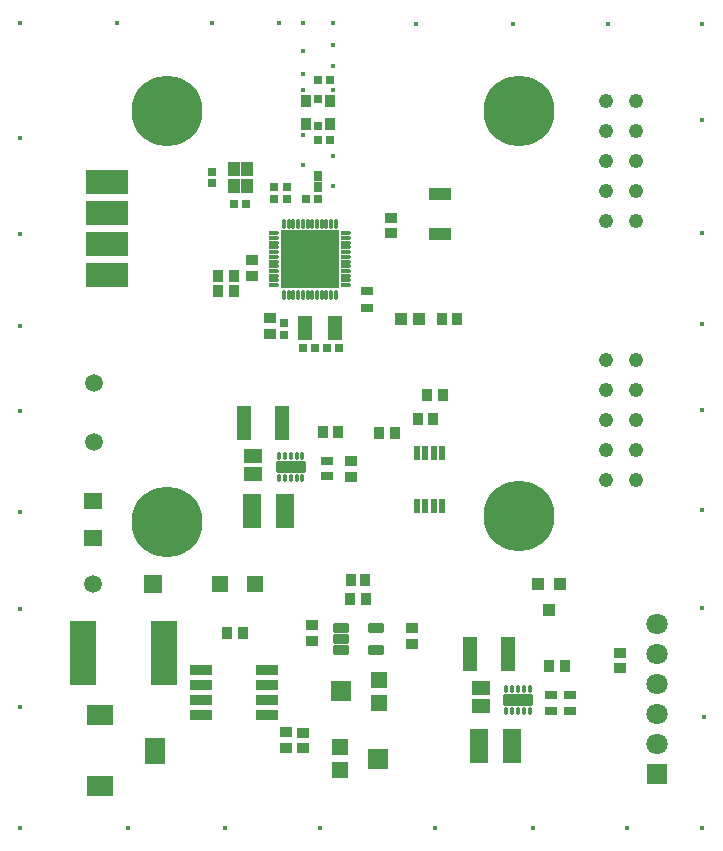
<source format=gts>
G04*
G04 #@! TF.GenerationSoftware,Altium Limited,Altium Designer,19.1.8 (144)*
G04*
G04 Layer_Color=8388736*
%FSLAX25Y25*%
%MOIN*%
G70*
G01*
G75*
%ADD56R,0.14186X0.07887*%
%ADD57R,0.04147X0.04540*%
%ADD58R,0.06312X0.05524*%
G04:AMPARAMS|DCode=59|XSize=13.84mil|YSize=23.68mil|CornerRadius=3.97mil|HoleSize=0mil|Usage=FLASHONLY|Rotation=180.000|XOffset=0mil|YOffset=0mil|HoleType=Round|Shape=RoundedRectangle|*
%AMROUNDEDRECTD59*
21,1,0.01384,0.01575,0,0,180.0*
21,1,0.00591,0.02368,0,0,180.0*
1,1,0.00794,-0.00295,0.00787*
1,1,0.00794,0.00295,0.00787*
1,1,0.00794,0.00295,-0.00787*
1,1,0.00794,-0.00295,-0.00787*
%
%ADD59ROUNDEDRECTD59*%
G04:AMPARAMS|DCode=60|XSize=37.07mil|YSize=98.49mil|CornerRadius=3.98mil|HoleSize=0mil|Usage=FLASHONLY|Rotation=90.000|XOffset=0mil|YOffset=0mil|HoleType=Round|Shape=RoundedRectangle|*
%AMROUNDEDRECTD60*
21,1,0.03707,0.09052,0,0,90.0*
21,1,0.02910,0.09849,0,0,90.0*
1,1,0.00797,0.04526,0.01455*
1,1,0.00797,0.04526,-0.01455*
1,1,0.00797,-0.04526,-0.01455*
1,1,0.00797,-0.04526,0.01455*
%
%ADD60ROUNDEDRECTD60*%
%ADD61O,0.01587X0.03359*%
%ADD62O,0.03359X0.01587*%
%ADD63R,0.19304X0.19304*%
%ADD64R,0.03753X0.03950*%
%ADD65R,0.02769X0.03084*%
%ADD66R,0.02769X0.03359*%
%ADD67R,0.03162X0.02769*%
G04:AMPARAMS|DCode=68|XSize=41.07mil|YSize=102.49mil|CornerRadius=5.98mil|HoleSize=0mil|Usage=FLASHONLY|Rotation=90.000|XOffset=0mil|YOffset=0mil|HoleType=Round|Shape=RoundedRectangle|*
%AMROUNDEDRECTD68*
21,1,0.04107,0.09052,0,0,90.0*
21,1,0.02910,0.10249,0,0,90.0*
1,1,0.01197,0.04526,0.01455*
1,1,0.01197,0.04526,-0.01455*
1,1,0.01197,-0.04526,-0.01455*
1,1,0.01197,-0.04526,0.01455*
%
%ADD68ROUNDEDRECTD68*%
%ADD69R,0.04147X0.03753*%
%ADD70R,0.03556X0.04147*%
%ADD71R,0.04147X0.03556*%
%ADD72R,0.03950X0.03162*%
%ADD73R,0.03556X0.04343*%
%ADD74R,0.04343X0.03556*%
%ADD75R,0.02769X0.03162*%
%ADD76R,0.03753X0.03950*%
%ADD77R,0.03950X0.03753*%
%ADD78R,0.07493X0.03950*%
%ADD79R,0.02368X0.04928*%
%ADD80R,0.03753X0.04147*%
%ADD81R,0.03950X0.04343*%
%ADD82R,0.03950X0.03950*%
%ADD83R,0.04147X0.02572*%
%ADD84R,0.04737X0.07887*%
%ADD85R,0.06115X0.04934*%
%ADD86R,0.04540X0.11430*%
%ADD87R,0.06312X0.11430*%
%ADD88R,0.08674X0.21666*%
G04:AMPARAMS|DCode=89|XSize=33.59mil|YSize=55.24mil|CornerRadius=5.92mil|HoleSize=0mil|Usage=FLASHONLY|Rotation=90.000|XOffset=0mil|YOffset=0mil|HoleType=Round|Shape=RoundedRectangle|*
%AMROUNDEDRECTD89*
21,1,0.03359,0.04341,0,0,90.0*
21,1,0.02175,0.05524,0,0,90.0*
1,1,0.01184,0.02170,0.01088*
1,1,0.01184,0.02170,-0.01088*
1,1,0.01184,-0.02170,-0.01088*
1,1,0.01184,-0.02170,0.01088*
%
%ADD89ROUNDEDRECTD89*%
%ADD90R,0.05524X0.05524*%
%ADD91R,0.06706X0.07099*%
%ADD92R,0.05721X0.05603*%
%ADD93R,0.07690X0.03359*%
%ADD94C,0.04816*%
%ADD95C,0.23622*%
%ADD96C,0.23622*%
%ADD97R,0.06706X0.09068*%
%ADD98R,0.09068X0.06706*%
%ADD99C,0.07099*%
%ADD100R,0.07099X0.07099*%
%ADD101C,0.05918*%
%ADD102R,0.05918X0.05918*%
%ADD103C,0.01700*%
D56*
X33000Y209667D02*
D03*
Y220000D02*
D03*
Y199333D02*
D03*
Y189000D02*
D03*
D57*
X75295Y218504D02*
D03*
Y224213D02*
D03*
X79823Y218504D02*
D03*
Y224213D02*
D03*
D58*
X28500Y113701D02*
D03*
Y101299D02*
D03*
D59*
X90363Y121060D02*
D03*
X92331D02*
D03*
X94300D02*
D03*
X96268D02*
D03*
X98237D02*
D03*
Y128540D02*
D03*
X96268D02*
D03*
X94300D02*
D03*
X92331D02*
D03*
X90363D02*
D03*
X166063Y50980D02*
D03*
X168032D02*
D03*
X170000D02*
D03*
X171968D02*
D03*
X173937D02*
D03*
Y43500D02*
D03*
X171968D02*
D03*
X170000D02*
D03*
X168032D02*
D03*
X166063D02*
D03*
D60*
X94300Y124800D02*
D03*
D61*
X92053Y182239D02*
D03*
X93627D02*
D03*
X95202D02*
D03*
X96777D02*
D03*
X98352D02*
D03*
X99927D02*
D03*
X101501D02*
D03*
X103076D02*
D03*
X104651D02*
D03*
X106226D02*
D03*
X107800D02*
D03*
X109375D02*
D03*
Y206058D02*
D03*
X107800D02*
D03*
X106226D02*
D03*
X104651D02*
D03*
X103076D02*
D03*
X101501D02*
D03*
X99927D02*
D03*
X98352D02*
D03*
X96777D02*
D03*
X95202D02*
D03*
X93627D02*
D03*
X92053D02*
D03*
D62*
X112623Y185487D02*
D03*
Y187062D02*
D03*
Y188637D02*
D03*
Y190212D02*
D03*
Y191787D02*
D03*
Y193361D02*
D03*
Y194936D02*
D03*
Y196511D02*
D03*
Y198086D02*
D03*
Y199661D02*
D03*
Y201235D02*
D03*
Y202810D02*
D03*
X88805D02*
D03*
Y201235D02*
D03*
Y199661D02*
D03*
Y198086D02*
D03*
Y196511D02*
D03*
Y194936D02*
D03*
Y193361D02*
D03*
Y191787D02*
D03*
Y190212D02*
D03*
Y188637D02*
D03*
Y187062D02*
D03*
Y185487D02*
D03*
D63*
X100713Y194149D02*
D03*
D64*
X99465Y246802D02*
D03*
X107535D02*
D03*
X99465Y239321D02*
D03*
X107535D02*
D03*
D65*
X103500Y247628D02*
D03*
Y238494D02*
D03*
D66*
X103535Y218270D02*
D03*
Y222010D02*
D03*
D67*
X106417Y164500D02*
D03*
X110354D02*
D03*
X102354D02*
D03*
X98417D02*
D03*
X99528Y214124D02*
D03*
X103465D02*
D03*
X107468Y233800D02*
D03*
X103532D02*
D03*
X79408Y212500D02*
D03*
X75471D02*
D03*
X103545Y253796D02*
D03*
X107482D02*
D03*
D68*
X170000Y47240D02*
D03*
D69*
X204000Y58039D02*
D03*
Y62961D02*
D03*
X127600Y202741D02*
D03*
Y207859D02*
D03*
D70*
X119161Y87200D02*
D03*
X114239D02*
D03*
X144754Y174269D02*
D03*
X149676D02*
D03*
D71*
X98524Y36220D02*
D03*
Y31299D02*
D03*
D72*
X181000Y43685D02*
D03*
Y48803D02*
D03*
X187500Y43685D02*
D03*
Y48803D02*
D03*
X106300Y126859D02*
D03*
Y121741D02*
D03*
D73*
X129103Y136300D02*
D03*
X123591D02*
D03*
D74*
X114300Y121544D02*
D03*
Y127056D02*
D03*
D75*
X68200Y223369D02*
D03*
Y219431D02*
D03*
X92100Y172900D02*
D03*
Y168963D02*
D03*
X88900Y214131D02*
D03*
Y218069D02*
D03*
X93235Y214135D02*
D03*
Y218072D02*
D03*
D76*
X75300Y188600D02*
D03*
X69985D02*
D03*
Y183400D02*
D03*
X75300D02*
D03*
X119457Y80900D02*
D03*
X114143D02*
D03*
X73032Y69587D02*
D03*
X78347D02*
D03*
D77*
X87400Y169285D02*
D03*
Y174600D02*
D03*
X81300Y188643D02*
D03*
Y193957D02*
D03*
X92815Y31299D02*
D03*
Y36614D02*
D03*
X101500Y72158D02*
D03*
Y66843D02*
D03*
X134800Y65943D02*
D03*
Y71258D02*
D03*
D78*
X144000Y215993D02*
D03*
Y202607D02*
D03*
D79*
X144814Y129706D02*
D03*
X141959D02*
D03*
X139105D02*
D03*
X136251D02*
D03*
X144814Y111989D02*
D03*
X141959D02*
D03*
X139105D02*
D03*
X136251D02*
D03*
D80*
X144918Y148800D02*
D03*
X139800D02*
D03*
X141859Y140800D02*
D03*
X136741D02*
D03*
X104941Y136700D02*
D03*
X110059D02*
D03*
X180500Y58500D02*
D03*
X185618D02*
D03*
D81*
X180400Y77069D02*
D03*
X176660Y85731D02*
D03*
X184140D02*
D03*
D82*
X137022Y174269D02*
D03*
X131116D02*
D03*
D83*
X119700Y183653D02*
D03*
Y177747D02*
D03*
D84*
X99200Y171200D02*
D03*
X109043D02*
D03*
D85*
X81700Y128553D02*
D03*
Y122647D02*
D03*
X157600Y51253D02*
D03*
Y45347D02*
D03*
D86*
X91398Y139500D02*
D03*
X78602D02*
D03*
X166898Y62500D02*
D03*
X154102D02*
D03*
D87*
X81473Y110300D02*
D03*
X92300D02*
D03*
X157173Y32000D02*
D03*
X168000D02*
D03*
D88*
X24917Y63000D02*
D03*
X52083D02*
D03*
D89*
X122607Y71240D02*
D03*
Y63760D02*
D03*
X110993D02*
D03*
Y67500D02*
D03*
Y71240D02*
D03*
D90*
X123787Y46163D02*
D03*
Y54037D02*
D03*
X110713Y31637D02*
D03*
Y23763D02*
D03*
D91*
X110991Y50100D02*
D03*
X123509Y27700D02*
D03*
D92*
X82507Y85800D02*
D03*
X70893D02*
D03*
D93*
X86324Y42200D02*
D03*
Y47200D02*
D03*
Y52200D02*
D03*
Y57200D02*
D03*
X64276Y42200D02*
D03*
Y47200D02*
D03*
Y52200D02*
D03*
Y57200D02*
D03*
D94*
X199500Y160500D02*
D03*
X209500D02*
D03*
X199500Y150500D02*
D03*
X209500D02*
D03*
X199500Y140500D02*
D03*
X209500D02*
D03*
X199500Y130500D02*
D03*
X209500D02*
D03*
X199500Y120500D02*
D03*
X209500D02*
D03*
X199500Y247000D02*
D03*
X209500D02*
D03*
X199500Y237000D02*
D03*
X209500D02*
D03*
X199500Y227000D02*
D03*
X209500D02*
D03*
X199500Y217000D02*
D03*
X209500D02*
D03*
X199500Y207000D02*
D03*
X209500D02*
D03*
D95*
X170500Y108500D02*
D03*
Y243500D02*
D03*
X53000Y106500D02*
D03*
D96*
Y243500D02*
D03*
D97*
X49216Y30279D02*
D03*
D98*
X30713Y18469D02*
D03*
Y42091D02*
D03*
D99*
X216500Y52500D02*
D03*
Y32500D02*
D03*
Y42500D02*
D03*
Y62500D02*
D03*
Y72500D02*
D03*
D100*
Y22500D02*
D03*
D101*
X28650Y152835D02*
D03*
Y133150D02*
D03*
X28461Y86000D02*
D03*
D102*
X48539D02*
D03*
D103*
X104000Y4500D02*
D03*
X72500D02*
D03*
X40000D02*
D03*
X206500D02*
D03*
X175000D02*
D03*
X142500D02*
D03*
X200000Y272500D02*
D03*
X168500D02*
D03*
X136000D02*
D03*
X231500D02*
D03*
Y240500D02*
D03*
Y203000D02*
D03*
Y172500D02*
D03*
Y144000D02*
D03*
Y110500D02*
D03*
Y78000D02*
D03*
X232000Y41500D02*
D03*
X231500Y4500D02*
D03*
X4000D02*
D03*
Y45000D02*
D03*
Y77500D02*
D03*
Y110000D02*
D03*
Y143500D02*
D03*
Y172000D02*
D03*
Y202500D02*
D03*
Y234500D02*
D03*
Y273000D02*
D03*
X36500D02*
D03*
X68000D02*
D03*
X98500Y250500D02*
D03*
X108500Y218500D02*
D03*
Y250500D02*
D03*
X98500Y235500D02*
D03*
X108500Y228500D02*
D03*
X98500Y225500D02*
D03*
Y256000D02*
D03*
X108500Y258500D02*
D03*
X98500Y263500D02*
D03*
X108500Y265500D02*
D03*
Y273000D02*
D03*
X98500D02*
D03*
X90500D02*
D03*
M02*

</source>
